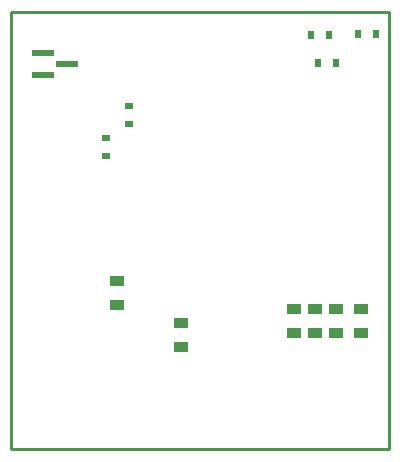
<source format=gbp>
G04*
G04 #@! TF.GenerationSoftware,Altium Limited,Altium Designer,21.1.1 (26)*
G04*
G04 Layer_Color=128*
%FSLAX44Y44*%
%MOMM*%
G71*
G04*
G04 #@! TF.SameCoordinates,10801997-8E17-44FE-B4C4-5EB474501812*
G04*
G04*
G04 #@! TF.FilePolarity,Positive*
G04*
G01*
G75*
%ADD15C,0.2540*%
%ADD21R,1.2000X0.9000*%
%ADD47R,0.6000X0.8000*%
%ADD48R,0.8000X0.6000*%
%ADD49R,1.8500X0.5500*%
D15*
X450Y-560D02*
Y369440D01*
Y-560D02*
X320450D01*
Y369440D01*
X450D02*
X320450D01*
D21*
X297180Y97790D02*
D03*
Y118110D02*
D03*
X275590Y97790D02*
D03*
Y118110D02*
D03*
X257810Y97790D02*
D03*
Y118110D02*
D03*
X240030Y97790D02*
D03*
Y118110D02*
D03*
X90170Y121920D02*
D03*
Y142240D02*
D03*
X144780Y106680D02*
D03*
Y86360D02*
D03*
D47*
X309620Y351000D02*
D03*
X294380D02*
D03*
X275590Y326390D02*
D03*
X260350D02*
D03*
X269620Y350000D02*
D03*
X254380D02*
D03*
D48*
X100330Y290576D02*
D03*
Y275336D02*
D03*
X81280Y262890D02*
D03*
Y247650D02*
D03*
D49*
X47440Y325730D02*
D03*
X27940Y335230D02*
D03*
Y316230D02*
D03*
M02*

</source>
